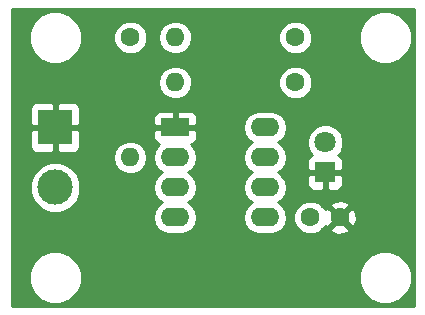
<source format=gbr>
G04 #@! TF.GenerationSoftware,KiCad,Pcbnew,5.0.2-bee76a0~70~ubuntu18.04.1*
G04 #@! TF.CreationDate,2020-12-03T10:47:44+05:30*
G04 #@! TF.ProjectId,How to make PCB,486f7720-746f-4206-9d61-6b6520504342,rev?*
G04 #@! TF.SameCoordinates,Original*
G04 #@! TF.FileFunction,Copper,L2,Bot*
G04 #@! TF.FilePolarity,Positive*
%FSLAX46Y46*%
G04 Gerber Fmt 4.6, Leading zero omitted, Abs format (unit mm)*
G04 Created by KiCad (PCBNEW 5.0.2-bee76a0~70~ubuntu18.04.1) date Thu Dec  3 10:47:44 2020*
%MOMM*%
%LPD*%
G01*
G04 APERTURE LIST*
G04 #@! TA.AperFunction,ComponentPad*
%ADD10C,1.600000*%
G04 #@! TD*
G04 #@! TA.AperFunction,ComponentPad*
%ADD11R,1.800000X1.800000*%
G04 #@! TD*
G04 #@! TA.AperFunction,ComponentPad*
%ADD12C,1.800000*%
G04 #@! TD*
G04 #@! TA.AperFunction,ComponentPad*
%ADD13R,3.000000X3.000000*%
G04 #@! TD*
G04 #@! TA.AperFunction,ComponentPad*
%ADD14C,3.000000*%
G04 #@! TD*
G04 #@! TA.AperFunction,ComponentPad*
%ADD15O,1.600000X1.600000*%
G04 #@! TD*
G04 #@! TA.AperFunction,ComponentPad*
%ADD16R,2.400000X1.600000*%
G04 #@! TD*
G04 #@! TA.AperFunction,ComponentPad*
%ADD17O,2.400000X1.600000*%
G04 #@! TD*
G04 #@! TA.AperFunction,Conductor*
%ADD18C,0.254000*%
G04 #@! TD*
G04 APERTURE END LIST*
D10*
G04 #@! TO.P,C1,1*
G04 #@! TO.N,Net-(C1-Pad1)*
X152400000Y-90170000D03*
G04 #@! TO.P,C1,2*
G04 #@! TO.N,GND*
X154900000Y-90170000D03*
G04 #@! TD*
D11*
G04 #@! TO.P,D1,1*
G04 #@! TO.N,GND*
X153670000Y-86360000D03*
D12*
G04 #@! TO.P,D1,2*
G04 #@! TO.N,Net-(D1-Pad2)*
X153670000Y-83820000D03*
G04 #@! TD*
D13*
G04 #@! TO.P,J1,1*
G04 #@! TO.N,GND*
X130810000Y-82550000D03*
D14*
G04 #@! TO.P,J1,2*
G04 #@! TO.N,+9V*
X130810000Y-87630000D03*
G04 #@! TD*
D15*
G04 #@! TO.P,R1,2*
G04 #@! TO.N,Net-(C1-Pad1)*
X137160000Y-85090000D03*
D10*
G04 #@! TO.P,R1,1*
G04 #@! TO.N,1*
X137160000Y-74930000D03*
G04 #@! TD*
G04 #@! TO.P,R2,1*
G04 #@! TO.N,+9V*
X151130000Y-74930000D03*
D15*
G04 #@! TO.P,R2,2*
G04 #@! TO.N,1*
X140970000Y-74930000D03*
G04 #@! TD*
D10*
G04 #@! TO.P,R3,1*
G04 #@! TO.N,Net-(D1-Pad2)*
X151130000Y-78740000D03*
D15*
G04 #@! TO.P,R3,2*
G04 #@! TO.N,Net-(R3-Pad2)*
X140970000Y-78740000D03*
G04 #@! TD*
D16*
G04 #@! TO.P,U1,1*
G04 #@! TO.N,GND*
X140970000Y-82550000D03*
D17*
G04 #@! TO.P,U1,5*
G04 #@! TO.N,Net-(U1-Pad5)*
X148590000Y-90170000D03*
G04 #@! TO.P,U1,2*
G04 #@! TO.N,Net-(C1-Pad1)*
X140970000Y-85090000D03*
G04 #@! TO.P,U1,6*
X148590000Y-87630000D03*
G04 #@! TO.P,U1,3*
G04 #@! TO.N,Net-(R3-Pad2)*
X140970000Y-87630000D03*
G04 #@! TO.P,U1,7*
G04 #@! TO.N,1*
X148590000Y-85090000D03*
G04 #@! TO.P,U1,4*
G04 #@! TO.N,+9V*
X140970000Y-90170000D03*
G04 #@! TO.P,U1,8*
X148590000Y-82550000D03*
G04 #@! TD*
D18*
G04 #@! TO.N,GND*
G36*
X161163000Y-97663000D02*
X127127000Y-97663000D01*
X127127000Y-94805431D01*
X128575000Y-94805431D01*
X128575000Y-95694569D01*
X128915259Y-96516026D01*
X129543974Y-97144741D01*
X130365431Y-97485000D01*
X131254569Y-97485000D01*
X132076026Y-97144741D01*
X132704741Y-96516026D01*
X133045000Y-95694569D01*
X133045000Y-94805431D01*
X156515000Y-94805431D01*
X156515000Y-95694569D01*
X156855259Y-96516026D01*
X157483974Y-97144741D01*
X158305431Y-97485000D01*
X159194569Y-97485000D01*
X160016026Y-97144741D01*
X160644741Y-96516026D01*
X160985000Y-95694569D01*
X160985000Y-94805431D01*
X160644741Y-93983974D01*
X160016026Y-93355259D01*
X159194569Y-93015000D01*
X158305431Y-93015000D01*
X157483974Y-93355259D01*
X156855259Y-93983974D01*
X156515000Y-94805431D01*
X133045000Y-94805431D01*
X132704741Y-93983974D01*
X132076026Y-93355259D01*
X131254569Y-93015000D01*
X130365431Y-93015000D01*
X129543974Y-93355259D01*
X128915259Y-93983974D01*
X128575000Y-94805431D01*
X127127000Y-94805431D01*
X127127000Y-87205322D01*
X128675000Y-87205322D01*
X128675000Y-88054678D01*
X129000034Y-88839380D01*
X129600620Y-89439966D01*
X130385322Y-89765000D01*
X131234678Y-89765000D01*
X132019380Y-89439966D01*
X132619966Y-88839380D01*
X132945000Y-88054678D01*
X132945000Y-87205322D01*
X132619966Y-86420620D01*
X132019380Y-85820034D01*
X131234678Y-85495000D01*
X130385322Y-85495000D01*
X129600620Y-85820034D01*
X129000034Y-86420620D01*
X128675000Y-87205322D01*
X127127000Y-87205322D01*
X127127000Y-85090000D01*
X135696887Y-85090000D01*
X135808260Y-85649909D01*
X136125423Y-86124577D01*
X136600091Y-86441740D01*
X137018667Y-86525000D01*
X137301333Y-86525000D01*
X137719909Y-86441740D01*
X138194577Y-86124577D01*
X138511740Y-85649909D01*
X138623113Y-85090000D01*
X139106887Y-85090000D01*
X139218260Y-85649909D01*
X139535423Y-86124577D01*
X139887758Y-86360000D01*
X139535423Y-86595423D01*
X139218260Y-87070091D01*
X139106887Y-87630000D01*
X139218260Y-88189909D01*
X139535423Y-88664577D01*
X139887758Y-88900000D01*
X139535423Y-89135423D01*
X139218260Y-89610091D01*
X139106887Y-90170000D01*
X139218260Y-90729909D01*
X139535423Y-91204577D01*
X140010091Y-91521740D01*
X140428667Y-91605000D01*
X141511333Y-91605000D01*
X141929909Y-91521740D01*
X142404577Y-91204577D01*
X142721740Y-90729909D01*
X142833113Y-90170000D01*
X142721740Y-89610091D01*
X142404577Y-89135423D01*
X142052242Y-88900000D01*
X142404577Y-88664577D01*
X142721740Y-88189909D01*
X142833113Y-87630000D01*
X142721740Y-87070091D01*
X142404577Y-86595423D01*
X142052242Y-86360000D01*
X142404577Y-86124577D01*
X142721740Y-85649909D01*
X142833113Y-85090000D01*
X142721740Y-84530091D01*
X142404577Y-84055423D01*
X142298082Y-83984265D01*
X142529698Y-83888327D01*
X142708327Y-83709699D01*
X142805000Y-83476310D01*
X142805000Y-82835750D01*
X142646250Y-82677000D01*
X141097000Y-82677000D01*
X141097000Y-82697000D01*
X140843000Y-82697000D01*
X140843000Y-82677000D01*
X139293750Y-82677000D01*
X139135000Y-82835750D01*
X139135000Y-83476310D01*
X139231673Y-83709699D01*
X139410302Y-83888327D01*
X139641918Y-83984265D01*
X139535423Y-84055423D01*
X139218260Y-84530091D01*
X139106887Y-85090000D01*
X138623113Y-85090000D01*
X138511740Y-84530091D01*
X138194577Y-84055423D01*
X137719909Y-83738260D01*
X137301333Y-83655000D01*
X137018667Y-83655000D01*
X136600091Y-83738260D01*
X136125423Y-84055423D01*
X135808260Y-84530091D01*
X135696887Y-85090000D01*
X127127000Y-85090000D01*
X127127000Y-82835750D01*
X128675000Y-82835750D01*
X128675000Y-84176309D01*
X128771673Y-84409698D01*
X128950301Y-84588327D01*
X129183690Y-84685000D01*
X130524250Y-84685000D01*
X130683000Y-84526250D01*
X130683000Y-82677000D01*
X130937000Y-82677000D01*
X130937000Y-84526250D01*
X131095750Y-84685000D01*
X132436310Y-84685000D01*
X132669699Y-84588327D01*
X132848327Y-84409698D01*
X132945000Y-84176309D01*
X132945000Y-82835750D01*
X132786250Y-82677000D01*
X130937000Y-82677000D01*
X130683000Y-82677000D01*
X128833750Y-82677000D01*
X128675000Y-82835750D01*
X127127000Y-82835750D01*
X127127000Y-82550000D01*
X146726887Y-82550000D01*
X146838260Y-83109909D01*
X147155423Y-83584577D01*
X147507758Y-83820000D01*
X147155423Y-84055423D01*
X146838260Y-84530091D01*
X146726887Y-85090000D01*
X146838260Y-85649909D01*
X147155423Y-86124577D01*
X147507758Y-86360000D01*
X147155423Y-86595423D01*
X146838260Y-87070091D01*
X146726887Y-87630000D01*
X146838260Y-88189909D01*
X147155423Y-88664577D01*
X147507758Y-88900000D01*
X147155423Y-89135423D01*
X146838260Y-89610091D01*
X146726887Y-90170000D01*
X146838260Y-90729909D01*
X147155423Y-91204577D01*
X147630091Y-91521740D01*
X148048667Y-91605000D01*
X149131333Y-91605000D01*
X149549909Y-91521740D01*
X150024577Y-91204577D01*
X150341740Y-90729909D01*
X150453113Y-90170000D01*
X150396336Y-89884561D01*
X150965000Y-89884561D01*
X150965000Y-90455439D01*
X151183466Y-90982862D01*
X151587138Y-91386534D01*
X152114561Y-91605000D01*
X152685439Y-91605000D01*
X153212862Y-91386534D01*
X153421651Y-91177745D01*
X154071861Y-91177745D01*
X154145995Y-91423864D01*
X154683223Y-91616965D01*
X155253454Y-91589778D01*
X155654005Y-91423864D01*
X155728139Y-91177745D01*
X154900000Y-90349605D01*
X154071861Y-91177745D01*
X153421651Y-91177745D01*
X153616534Y-90982862D01*
X153643525Y-90917701D01*
X153646136Y-90924005D01*
X153892255Y-90998139D01*
X154720395Y-90170000D01*
X155079605Y-90170000D01*
X155907745Y-90998139D01*
X156153864Y-90924005D01*
X156346965Y-90386777D01*
X156319778Y-89816546D01*
X156153864Y-89415995D01*
X155907745Y-89341861D01*
X155079605Y-90170000D01*
X154720395Y-90170000D01*
X153892255Y-89341861D01*
X153646136Y-89415995D01*
X153643710Y-89422746D01*
X153616534Y-89357138D01*
X153421651Y-89162255D01*
X154071861Y-89162255D01*
X154900000Y-89990395D01*
X155728139Y-89162255D01*
X155654005Y-88916136D01*
X155116777Y-88723035D01*
X154546546Y-88750222D01*
X154145995Y-88916136D01*
X154071861Y-89162255D01*
X153421651Y-89162255D01*
X153212862Y-88953466D01*
X152685439Y-88735000D01*
X152114561Y-88735000D01*
X151587138Y-88953466D01*
X151183466Y-89357138D01*
X150965000Y-89884561D01*
X150396336Y-89884561D01*
X150341740Y-89610091D01*
X150024577Y-89135423D01*
X149672242Y-88900000D01*
X150024577Y-88664577D01*
X150341740Y-88189909D01*
X150453113Y-87630000D01*
X150341740Y-87070091D01*
X150058205Y-86645750D01*
X152135000Y-86645750D01*
X152135000Y-87386309D01*
X152231673Y-87619698D01*
X152410301Y-87798327D01*
X152643690Y-87895000D01*
X153384250Y-87895000D01*
X153543000Y-87736250D01*
X153543000Y-86487000D01*
X153797000Y-86487000D01*
X153797000Y-87736250D01*
X153955750Y-87895000D01*
X154696310Y-87895000D01*
X154929699Y-87798327D01*
X155108327Y-87619698D01*
X155205000Y-87386309D01*
X155205000Y-86645750D01*
X155046250Y-86487000D01*
X153797000Y-86487000D01*
X153543000Y-86487000D01*
X152293750Y-86487000D01*
X152135000Y-86645750D01*
X150058205Y-86645750D01*
X150024577Y-86595423D01*
X149672242Y-86360000D01*
X150024577Y-86124577D01*
X150341740Y-85649909D01*
X150453113Y-85090000D01*
X150341740Y-84530091D01*
X150024577Y-84055423D01*
X149672242Y-83820000D01*
X150024577Y-83584577D01*
X150071287Y-83514670D01*
X152135000Y-83514670D01*
X152135000Y-84125330D01*
X152368690Y-84689507D01*
X152545044Y-84865861D01*
X152410301Y-84921673D01*
X152231673Y-85100302D01*
X152135000Y-85333691D01*
X152135000Y-86074250D01*
X152293750Y-86233000D01*
X153543000Y-86233000D01*
X153543000Y-86213000D01*
X153797000Y-86213000D01*
X153797000Y-86233000D01*
X155046250Y-86233000D01*
X155205000Y-86074250D01*
X155205000Y-85333691D01*
X155108327Y-85100302D01*
X154929699Y-84921673D01*
X154794956Y-84865861D01*
X154971310Y-84689507D01*
X155205000Y-84125330D01*
X155205000Y-83514670D01*
X154971310Y-82950493D01*
X154539507Y-82518690D01*
X153975330Y-82285000D01*
X153364670Y-82285000D01*
X152800493Y-82518690D01*
X152368690Y-82950493D01*
X152135000Y-83514670D01*
X150071287Y-83514670D01*
X150341740Y-83109909D01*
X150453113Y-82550000D01*
X150341740Y-81990091D01*
X150024577Y-81515423D01*
X149549909Y-81198260D01*
X149131333Y-81115000D01*
X148048667Y-81115000D01*
X147630091Y-81198260D01*
X147155423Y-81515423D01*
X146838260Y-81990091D01*
X146726887Y-82550000D01*
X127127000Y-82550000D01*
X127127000Y-80923691D01*
X128675000Y-80923691D01*
X128675000Y-82264250D01*
X128833750Y-82423000D01*
X130683000Y-82423000D01*
X130683000Y-80573750D01*
X130937000Y-80573750D01*
X130937000Y-82423000D01*
X132786250Y-82423000D01*
X132945000Y-82264250D01*
X132945000Y-81623690D01*
X139135000Y-81623690D01*
X139135000Y-82264250D01*
X139293750Y-82423000D01*
X140843000Y-82423000D01*
X140843000Y-81273750D01*
X141097000Y-81273750D01*
X141097000Y-82423000D01*
X142646250Y-82423000D01*
X142805000Y-82264250D01*
X142805000Y-81623690D01*
X142708327Y-81390301D01*
X142529698Y-81211673D01*
X142296309Y-81115000D01*
X141255750Y-81115000D01*
X141097000Y-81273750D01*
X140843000Y-81273750D01*
X140684250Y-81115000D01*
X139643691Y-81115000D01*
X139410302Y-81211673D01*
X139231673Y-81390301D01*
X139135000Y-81623690D01*
X132945000Y-81623690D01*
X132945000Y-80923691D01*
X132848327Y-80690302D01*
X132669699Y-80511673D01*
X132436310Y-80415000D01*
X131095750Y-80415000D01*
X130937000Y-80573750D01*
X130683000Y-80573750D01*
X130524250Y-80415000D01*
X129183690Y-80415000D01*
X128950301Y-80511673D01*
X128771673Y-80690302D01*
X128675000Y-80923691D01*
X127127000Y-80923691D01*
X127127000Y-78740000D01*
X139506887Y-78740000D01*
X139618260Y-79299909D01*
X139935423Y-79774577D01*
X140410091Y-80091740D01*
X140828667Y-80175000D01*
X141111333Y-80175000D01*
X141529909Y-80091740D01*
X142004577Y-79774577D01*
X142321740Y-79299909D01*
X142433113Y-78740000D01*
X142376336Y-78454561D01*
X149695000Y-78454561D01*
X149695000Y-79025439D01*
X149913466Y-79552862D01*
X150317138Y-79956534D01*
X150844561Y-80175000D01*
X151415439Y-80175000D01*
X151942862Y-79956534D01*
X152346534Y-79552862D01*
X152565000Y-79025439D01*
X152565000Y-78454561D01*
X152346534Y-77927138D01*
X151942862Y-77523466D01*
X151415439Y-77305000D01*
X150844561Y-77305000D01*
X150317138Y-77523466D01*
X149913466Y-77927138D01*
X149695000Y-78454561D01*
X142376336Y-78454561D01*
X142321740Y-78180091D01*
X142004577Y-77705423D01*
X141529909Y-77388260D01*
X141111333Y-77305000D01*
X140828667Y-77305000D01*
X140410091Y-77388260D01*
X139935423Y-77705423D01*
X139618260Y-78180091D01*
X139506887Y-78740000D01*
X127127000Y-78740000D01*
X127127000Y-74485431D01*
X128575000Y-74485431D01*
X128575000Y-75374569D01*
X128915259Y-76196026D01*
X129543974Y-76824741D01*
X130365431Y-77165000D01*
X131254569Y-77165000D01*
X132076026Y-76824741D01*
X132704741Y-76196026D01*
X133045000Y-75374569D01*
X133045000Y-74644561D01*
X135725000Y-74644561D01*
X135725000Y-75215439D01*
X135943466Y-75742862D01*
X136347138Y-76146534D01*
X136874561Y-76365000D01*
X137445439Y-76365000D01*
X137972862Y-76146534D01*
X138376534Y-75742862D01*
X138595000Y-75215439D01*
X138595000Y-74930000D01*
X139506887Y-74930000D01*
X139618260Y-75489909D01*
X139935423Y-75964577D01*
X140410091Y-76281740D01*
X140828667Y-76365000D01*
X141111333Y-76365000D01*
X141529909Y-76281740D01*
X142004577Y-75964577D01*
X142321740Y-75489909D01*
X142433113Y-74930000D01*
X142376336Y-74644561D01*
X149695000Y-74644561D01*
X149695000Y-75215439D01*
X149913466Y-75742862D01*
X150317138Y-76146534D01*
X150844561Y-76365000D01*
X151415439Y-76365000D01*
X151942862Y-76146534D01*
X152346534Y-75742862D01*
X152565000Y-75215439D01*
X152565000Y-74644561D01*
X152499087Y-74485431D01*
X156515000Y-74485431D01*
X156515000Y-75374569D01*
X156855259Y-76196026D01*
X157483974Y-76824741D01*
X158305431Y-77165000D01*
X159194569Y-77165000D01*
X160016026Y-76824741D01*
X160644741Y-76196026D01*
X160985000Y-75374569D01*
X160985000Y-74485431D01*
X160644741Y-73663974D01*
X160016026Y-73035259D01*
X159194569Y-72695000D01*
X158305431Y-72695000D01*
X157483974Y-73035259D01*
X156855259Y-73663974D01*
X156515000Y-74485431D01*
X152499087Y-74485431D01*
X152346534Y-74117138D01*
X151942862Y-73713466D01*
X151415439Y-73495000D01*
X150844561Y-73495000D01*
X150317138Y-73713466D01*
X149913466Y-74117138D01*
X149695000Y-74644561D01*
X142376336Y-74644561D01*
X142321740Y-74370091D01*
X142004577Y-73895423D01*
X141529909Y-73578260D01*
X141111333Y-73495000D01*
X140828667Y-73495000D01*
X140410091Y-73578260D01*
X139935423Y-73895423D01*
X139618260Y-74370091D01*
X139506887Y-74930000D01*
X138595000Y-74930000D01*
X138595000Y-74644561D01*
X138376534Y-74117138D01*
X137972862Y-73713466D01*
X137445439Y-73495000D01*
X136874561Y-73495000D01*
X136347138Y-73713466D01*
X135943466Y-74117138D01*
X135725000Y-74644561D01*
X133045000Y-74644561D01*
X133045000Y-74485431D01*
X132704741Y-73663974D01*
X132076026Y-73035259D01*
X131254569Y-72695000D01*
X130365431Y-72695000D01*
X129543974Y-73035259D01*
X128915259Y-73663974D01*
X128575000Y-74485431D01*
X127127000Y-74485431D01*
X127127000Y-72517000D01*
X161163000Y-72517000D01*
X161163000Y-97663000D01*
X161163000Y-97663000D01*
G37*
X161163000Y-97663000D02*
X127127000Y-97663000D01*
X127127000Y-94805431D01*
X128575000Y-94805431D01*
X128575000Y-95694569D01*
X128915259Y-96516026D01*
X129543974Y-97144741D01*
X130365431Y-97485000D01*
X131254569Y-97485000D01*
X132076026Y-97144741D01*
X132704741Y-96516026D01*
X133045000Y-95694569D01*
X133045000Y-94805431D01*
X156515000Y-94805431D01*
X156515000Y-95694569D01*
X156855259Y-96516026D01*
X157483974Y-97144741D01*
X158305431Y-97485000D01*
X159194569Y-97485000D01*
X160016026Y-97144741D01*
X160644741Y-96516026D01*
X160985000Y-95694569D01*
X160985000Y-94805431D01*
X160644741Y-93983974D01*
X160016026Y-93355259D01*
X159194569Y-93015000D01*
X158305431Y-93015000D01*
X157483974Y-93355259D01*
X156855259Y-93983974D01*
X156515000Y-94805431D01*
X133045000Y-94805431D01*
X132704741Y-93983974D01*
X132076026Y-93355259D01*
X131254569Y-93015000D01*
X130365431Y-93015000D01*
X129543974Y-93355259D01*
X128915259Y-93983974D01*
X128575000Y-94805431D01*
X127127000Y-94805431D01*
X127127000Y-87205322D01*
X128675000Y-87205322D01*
X128675000Y-88054678D01*
X129000034Y-88839380D01*
X129600620Y-89439966D01*
X130385322Y-89765000D01*
X131234678Y-89765000D01*
X132019380Y-89439966D01*
X132619966Y-88839380D01*
X132945000Y-88054678D01*
X132945000Y-87205322D01*
X132619966Y-86420620D01*
X132019380Y-85820034D01*
X131234678Y-85495000D01*
X130385322Y-85495000D01*
X129600620Y-85820034D01*
X129000034Y-86420620D01*
X128675000Y-87205322D01*
X127127000Y-87205322D01*
X127127000Y-85090000D01*
X135696887Y-85090000D01*
X135808260Y-85649909D01*
X136125423Y-86124577D01*
X136600091Y-86441740D01*
X137018667Y-86525000D01*
X137301333Y-86525000D01*
X137719909Y-86441740D01*
X138194577Y-86124577D01*
X138511740Y-85649909D01*
X138623113Y-85090000D01*
X139106887Y-85090000D01*
X139218260Y-85649909D01*
X139535423Y-86124577D01*
X139887758Y-86360000D01*
X139535423Y-86595423D01*
X139218260Y-87070091D01*
X139106887Y-87630000D01*
X139218260Y-88189909D01*
X139535423Y-88664577D01*
X139887758Y-88900000D01*
X139535423Y-89135423D01*
X139218260Y-89610091D01*
X139106887Y-90170000D01*
X139218260Y-90729909D01*
X139535423Y-91204577D01*
X140010091Y-91521740D01*
X140428667Y-91605000D01*
X141511333Y-91605000D01*
X141929909Y-91521740D01*
X142404577Y-91204577D01*
X142721740Y-90729909D01*
X142833113Y-90170000D01*
X142721740Y-89610091D01*
X142404577Y-89135423D01*
X142052242Y-88900000D01*
X142404577Y-88664577D01*
X142721740Y-88189909D01*
X142833113Y-87630000D01*
X142721740Y-87070091D01*
X142404577Y-86595423D01*
X142052242Y-86360000D01*
X142404577Y-86124577D01*
X142721740Y-85649909D01*
X142833113Y-85090000D01*
X142721740Y-84530091D01*
X142404577Y-84055423D01*
X142298082Y-83984265D01*
X142529698Y-83888327D01*
X142708327Y-83709699D01*
X142805000Y-83476310D01*
X142805000Y-82835750D01*
X142646250Y-82677000D01*
X141097000Y-82677000D01*
X141097000Y-82697000D01*
X140843000Y-82697000D01*
X140843000Y-82677000D01*
X139293750Y-82677000D01*
X139135000Y-82835750D01*
X139135000Y-83476310D01*
X139231673Y-83709699D01*
X139410302Y-83888327D01*
X139641918Y-83984265D01*
X139535423Y-84055423D01*
X139218260Y-84530091D01*
X139106887Y-85090000D01*
X138623113Y-85090000D01*
X138511740Y-84530091D01*
X138194577Y-84055423D01*
X137719909Y-83738260D01*
X137301333Y-83655000D01*
X137018667Y-83655000D01*
X136600091Y-83738260D01*
X136125423Y-84055423D01*
X135808260Y-84530091D01*
X135696887Y-85090000D01*
X127127000Y-85090000D01*
X127127000Y-82835750D01*
X128675000Y-82835750D01*
X128675000Y-84176309D01*
X128771673Y-84409698D01*
X128950301Y-84588327D01*
X129183690Y-84685000D01*
X130524250Y-84685000D01*
X130683000Y-84526250D01*
X130683000Y-82677000D01*
X130937000Y-82677000D01*
X130937000Y-84526250D01*
X131095750Y-84685000D01*
X132436310Y-84685000D01*
X132669699Y-84588327D01*
X132848327Y-84409698D01*
X132945000Y-84176309D01*
X132945000Y-82835750D01*
X132786250Y-82677000D01*
X130937000Y-82677000D01*
X130683000Y-82677000D01*
X128833750Y-82677000D01*
X128675000Y-82835750D01*
X127127000Y-82835750D01*
X127127000Y-82550000D01*
X146726887Y-82550000D01*
X146838260Y-83109909D01*
X147155423Y-83584577D01*
X147507758Y-83820000D01*
X147155423Y-84055423D01*
X146838260Y-84530091D01*
X146726887Y-85090000D01*
X146838260Y-85649909D01*
X147155423Y-86124577D01*
X147507758Y-86360000D01*
X147155423Y-86595423D01*
X146838260Y-87070091D01*
X146726887Y-87630000D01*
X146838260Y-88189909D01*
X147155423Y-88664577D01*
X147507758Y-88900000D01*
X147155423Y-89135423D01*
X146838260Y-89610091D01*
X146726887Y-90170000D01*
X146838260Y-90729909D01*
X147155423Y-91204577D01*
X147630091Y-91521740D01*
X148048667Y-91605000D01*
X149131333Y-91605000D01*
X149549909Y-91521740D01*
X150024577Y-91204577D01*
X150341740Y-90729909D01*
X150453113Y-90170000D01*
X150396336Y-89884561D01*
X150965000Y-89884561D01*
X150965000Y-90455439D01*
X151183466Y-90982862D01*
X151587138Y-91386534D01*
X152114561Y-91605000D01*
X152685439Y-91605000D01*
X153212862Y-91386534D01*
X153421651Y-91177745D01*
X154071861Y-91177745D01*
X154145995Y-91423864D01*
X154683223Y-91616965D01*
X155253454Y-91589778D01*
X155654005Y-91423864D01*
X155728139Y-91177745D01*
X154900000Y-90349605D01*
X154071861Y-91177745D01*
X153421651Y-91177745D01*
X153616534Y-90982862D01*
X153643525Y-90917701D01*
X153646136Y-90924005D01*
X153892255Y-90998139D01*
X154720395Y-90170000D01*
X155079605Y-90170000D01*
X155907745Y-90998139D01*
X156153864Y-90924005D01*
X156346965Y-90386777D01*
X156319778Y-89816546D01*
X156153864Y-89415995D01*
X155907745Y-89341861D01*
X155079605Y-90170000D01*
X154720395Y-90170000D01*
X153892255Y-89341861D01*
X153646136Y-89415995D01*
X153643710Y-89422746D01*
X153616534Y-89357138D01*
X153421651Y-89162255D01*
X154071861Y-89162255D01*
X154900000Y-89990395D01*
X155728139Y-89162255D01*
X155654005Y-88916136D01*
X155116777Y-88723035D01*
X154546546Y-88750222D01*
X154145995Y-88916136D01*
X154071861Y-89162255D01*
X153421651Y-89162255D01*
X153212862Y-88953466D01*
X152685439Y-88735000D01*
X152114561Y-88735000D01*
X151587138Y-88953466D01*
X151183466Y-89357138D01*
X150965000Y-89884561D01*
X150396336Y-89884561D01*
X150341740Y-89610091D01*
X150024577Y-89135423D01*
X149672242Y-88900000D01*
X150024577Y-88664577D01*
X150341740Y-88189909D01*
X150453113Y-87630000D01*
X150341740Y-87070091D01*
X150058205Y-86645750D01*
X152135000Y-86645750D01*
X152135000Y-87386309D01*
X152231673Y-87619698D01*
X152410301Y-87798327D01*
X152643690Y-87895000D01*
X153384250Y-87895000D01*
X153543000Y-87736250D01*
X153543000Y-86487000D01*
X153797000Y-86487000D01*
X153797000Y-87736250D01*
X153955750Y-87895000D01*
X154696310Y-87895000D01*
X154929699Y-87798327D01*
X155108327Y-87619698D01*
X155205000Y-87386309D01*
X155205000Y-86645750D01*
X155046250Y-86487000D01*
X153797000Y-86487000D01*
X153543000Y-86487000D01*
X152293750Y-86487000D01*
X152135000Y-86645750D01*
X150058205Y-86645750D01*
X150024577Y-86595423D01*
X149672242Y-86360000D01*
X150024577Y-86124577D01*
X150341740Y-85649909D01*
X150453113Y-85090000D01*
X150341740Y-84530091D01*
X150024577Y-84055423D01*
X149672242Y-83820000D01*
X150024577Y-83584577D01*
X150071287Y-83514670D01*
X152135000Y-83514670D01*
X152135000Y-84125330D01*
X152368690Y-84689507D01*
X152545044Y-84865861D01*
X152410301Y-84921673D01*
X152231673Y-85100302D01*
X152135000Y-85333691D01*
X152135000Y-86074250D01*
X152293750Y-86233000D01*
X153543000Y-86233000D01*
X153543000Y-86213000D01*
X153797000Y-86213000D01*
X153797000Y-86233000D01*
X155046250Y-86233000D01*
X155205000Y-86074250D01*
X155205000Y-85333691D01*
X155108327Y-85100302D01*
X154929699Y-84921673D01*
X154794956Y-84865861D01*
X154971310Y-84689507D01*
X155205000Y-84125330D01*
X155205000Y-83514670D01*
X154971310Y-82950493D01*
X154539507Y-82518690D01*
X153975330Y-82285000D01*
X153364670Y-82285000D01*
X152800493Y-82518690D01*
X152368690Y-82950493D01*
X152135000Y-83514670D01*
X150071287Y-83514670D01*
X150341740Y-83109909D01*
X150453113Y-82550000D01*
X150341740Y-81990091D01*
X150024577Y-81515423D01*
X149549909Y-81198260D01*
X149131333Y-81115000D01*
X148048667Y-81115000D01*
X147630091Y-81198260D01*
X147155423Y-81515423D01*
X146838260Y-81990091D01*
X146726887Y-82550000D01*
X127127000Y-82550000D01*
X127127000Y-80923691D01*
X128675000Y-80923691D01*
X128675000Y-82264250D01*
X128833750Y-82423000D01*
X130683000Y-82423000D01*
X130683000Y-80573750D01*
X130937000Y-80573750D01*
X130937000Y-82423000D01*
X132786250Y-82423000D01*
X132945000Y-82264250D01*
X132945000Y-81623690D01*
X139135000Y-81623690D01*
X139135000Y-82264250D01*
X139293750Y-82423000D01*
X140843000Y-82423000D01*
X140843000Y-81273750D01*
X141097000Y-81273750D01*
X141097000Y-82423000D01*
X142646250Y-82423000D01*
X142805000Y-82264250D01*
X142805000Y-81623690D01*
X142708327Y-81390301D01*
X142529698Y-81211673D01*
X142296309Y-81115000D01*
X141255750Y-81115000D01*
X141097000Y-81273750D01*
X140843000Y-81273750D01*
X140684250Y-81115000D01*
X139643691Y-81115000D01*
X139410302Y-81211673D01*
X139231673Y-81390301D01*
X139135000Y-81623690D01*
X132945000Y-81623690D01*
X132945000Y-80923691D01*
X132848327Y-80690302D01*
X132669699Y-80511673D01*
X132436310Y-80415000D01*
X131095750Y-80415000D01*
X130937000Y-80573750D01*
X130683000Y-80573750D01*
X130524250Y-80415000D01*
X129183690Y-80415000D01*
X128950301Y-80511673D01*
X128771673Y-80690302D01*
X128675000Y-80923691D01*
X127127000Y-80923691D01*
X127127000Y-78740000D01*
X139506887Y-78740000D01*
X139618260Y-79299909D01*
X139935423Y-79774577D01*
X140410091Y-80091740D01*
X140828667Y-80175000D01*
X141111333Y-80175000D01*
X141529909Y-80091740D01*
X142004577Y-79774577D01*
X142321740Y-79299909D01*
X142433113Y-78740000D01*
X142376336Y-78454561D01*
X149695000Y-78454561D01*
X149695000Y-79025439D01*
X149913466Y-79552862D01*
X150317138Y-79956534D01*
X150844561Y-80175000D01*
X151415439Y-80175000D01*
X151942862Y-79956534D01*
X152346534Y-79552862D01*
X152565000Y-79025439D01*
X152565000Y-78454561D01*
X152346534Y-77927138D01*
X151942862Y-77523466D01*
X151415439Y-77305000D01*
X150844561Y-77305000D01*
X150317138Y-77523466D01*
X149913466Y-77927138D01*
X149695000Y-78454561D01*
X142376336Y-78454561D01*
X142321740Y-78180091D01*
X142004577Y-77705423D01*
X141529909Y-77388260D01*
X141111333Y-77305000D01*
X140828667Y-77305000D01*
X140410091Y-77388260D01*
X139935423Y-77705423D01*
X139618260Y-78180091D01*
X139506887Y-78740000D01*
X127127000Y-78740000D01*
X127127000Y-74485431D01*
X128575000Y-74485431D01*
X128575000Y-75374569D01*
X128915259Y-76196026D01*
X129543974Y-76824741D01*
X130365431Y-77165000D01*
X131254569Y-77165000D01*
X132076026Y-76824741D01*
X132704741Y-76196026D01*
X133045000Y-75374569D01*
X133045000Y-74644561D01*
X135725000Y-74644561D01*
X135725000Y-75215439D01*
X135943466Y-75742862D01*
X136347138Y-76146534D01*
X136874561Y-76365000D01*
X137445439Y-76365000D01*
X137972862Y-76146534D01*
X138376534Y-75742862D01*
X138595000Y-75215439D01*
X138595000Y-74930000D01*
X139506887Y-74930000D01*
X139618260Y-75489909D01*
X139935423Y-75964577D01*
X140410091Y-76281740D01*
X140828667Y-76365000D01*
X141111333Y-76365000D01*
X141529909Y-76281740D01*
X142004577Y-75964577D01*
X142321740Y-75489909D01*
X142433113Y-74930000D01*
X142376336Y-74644561D01*
X149695000Y-74644561D01*
X149695000Y-75215439D01*
X149913466Y-75742862D01*
X150317138Y-76146534D01*
X150844561Y-76365000D01*
X151415439Y-76365000D01*
X151942862Y-76146534D01*
X152346534Y-75742862D01*
X152565000Y-75215439D01*
X152565000Y-74644561D01*
X152499087Y-74485431D01*
X156515000Y-74485431D01*
X156515000Y-75374569D01*
X156855259Y-76196026D01*
X157483974Y-76824741D01*
X158305431Y-77165000D01*
X159194569Y-77165000D01*
X160016026Y-76824741D01*
X160644741Y-76196026D01*
X160985000Y-75374569D01*
X160985000Y-74485431D01*
X160644741Y-73663974D01*
X160016026Y-73035259D01*
X159194569Y-72695000D01*
X158305431Y-72695000D01*
X157483974Y-73035259D01*
X156855259Y-73663974D01*
X156515000Y-74485431D01*
X152499087Y-74485431D01*
X152346534Y-74117138D01*
X151942862Y-73713466D01*
X151415439Y-73495000D01*
X150844561Y-73495000D01*
X150317138Y-73713466D01*
X149913466Y-74117138D01*
X149695000Y-74644561D01*
X142376336Y-74644561D01*
X142321740Y-74370091D01*
X142004577Y-73895423D01*
X141529909Y-73578260D01*
X141111333Y-73495000D01*
X140828667Y-73495000D01*
X140410091Y-73578260D01*
X139935423Y-73895423D01*
X139618260Y-74370091D01*
X139506887Y-74930000D01*
X138595000Y-74930000D01*
X138595000Y-74644561D01*
X138376534Y-74117138D01*
X137972862Y-73713466D01*
X137445439Y-73495000D01*
X136874561Y-73495000D01*
X136347138Y-73713466D01*
X135943466Y-74117138D01*
X135725000Y-74644561D01*
X133045000Y-74644561D01*
X133045000Y-74485431D01*
X132704741Y-73663974D01*
X132076026Y-73035259D01*
X131254569Y-72695000D01*
X130365431Y-72695000D01*
X129543974Y-73035259D01*
X128915259Y-73663974D01*
X128575000Y-74485431D01*
X127127000Y-74485431D01*
X127127000Y-72517000D01*
X161163000Y-72517000D01*
X161163000Y-97663000D01*
G04 #@! TD*
M02*

</source>
